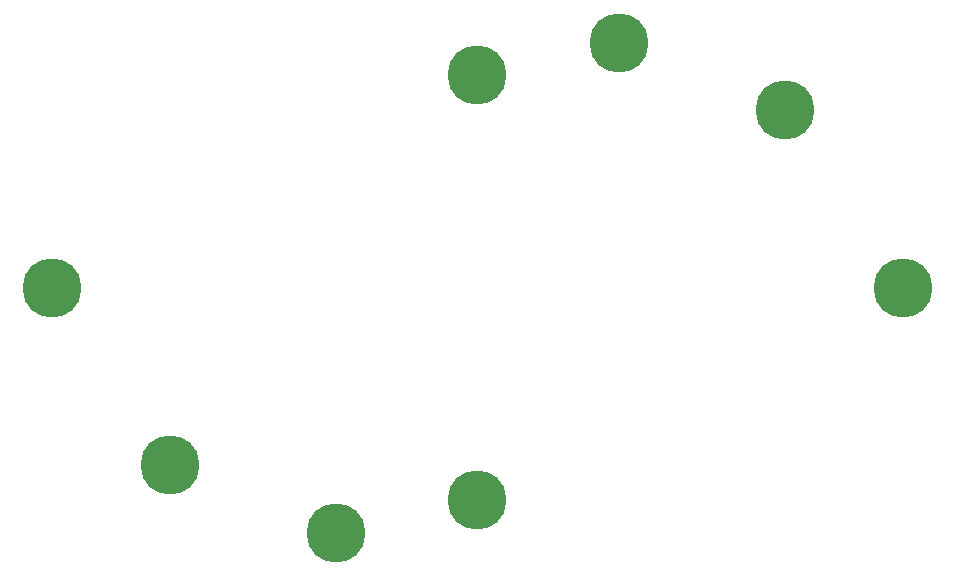
<source format=gbr>
G04 #@! TF.GenerationSoftware,KiCad,Pcbnew,(5.0.2)-1*
G04 #@! TF.CreationDate,2019-06-21T17:09:31-07:00*
G04 #@! TF.ProjectId,slip_ring_rotor,736c6970-5f72-4696-9e67-5f726f746f72,rev?*
G04 #@! TF.SameCoordinates,Original*
G04 #@! TF.FileFunction,Paste,Top*
G04 #@! TF.FilePolarity,Positive*
%FSLAX46Y46*%
G04 Gerber Fmt 4.6, Leading zero omitted, Abs format (unit mm)*
G04 Created by KiCad (PCBNEW (5.0.2)-1) date 6/21/2019 5:09:31 PM*
%MOMM*%
%LPD*%
G01*
G04 APERTURE LIST*
%ADD10C,5.000000*%
G04 APERTURE END LIST*
D10*
G04 #@! TO.C,U1*
X-36000000Y0D03*
X-26000000Y-15000000D03*
X-12000000Y-20750000D03*
X0Y-18000000D03*
X0Y18000000D03*
X12000000Y20750000D03*
X26000000Y15000000D03*
X36000000Y0D03*
G04 #@! TD*
M02*

</source>
